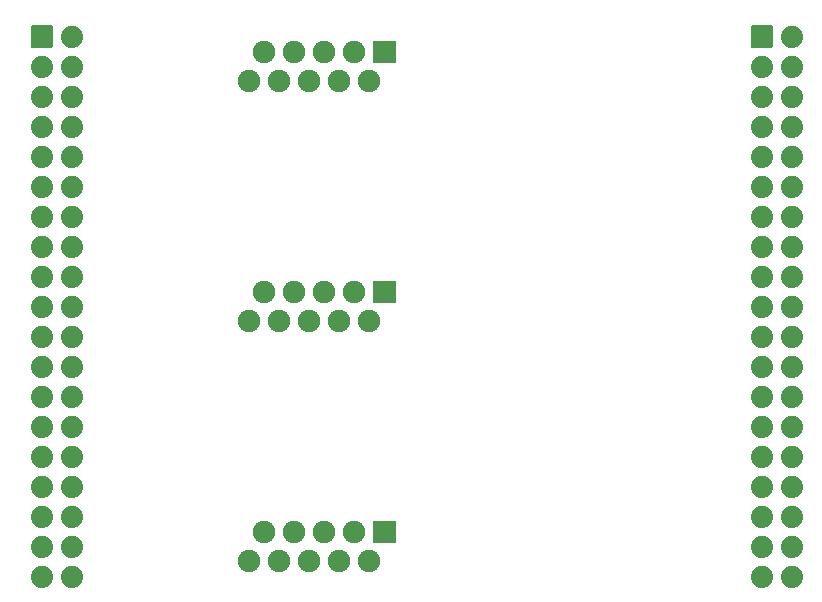
<source format=gts>
G04 Layer: TopSolderMaskLayer*
G04 EasyEDA v6.5.5, 2022-06-13 17:54:21*
G04 c5cfb43cd74343219a89ec962efd3502,ba36109c29484f4592bc09a740c48d70,10*
G04 Gerber Generator version 0.2*
G04 Scale: 100 percent, Rotated: No, Reflected: No *
G04 Dimensions in millimeters *
G04 leading zeros omitted , absolute positions ,4 integer and 5 decimal *
%FSLAX45Y45*%
%MOMM*%

%ADD20C,1.9032*%
%ADD22C,1.8796*%

%LPD*%
D20*
G01*
X2209800Y-764031D03*
G01*
X2463800Y-764031D03*
G01*
X2717800Y-764031D03*
G01*
X2971800Y-764031D03*
G01*
X2082800Y-1013968D03*
G01*
X2336800Y-1013968D03*
G01*
X2590800Y-1013968D03*
G01*
X2844800Y-1013968D03*
G36*
X3140709Y-859281D02*
G01*
X3137661Y-858773D01*
X3134613Y-857250D01*
X3132581Y-855218D01*
X3131057Y-852170D01*
X3130549Y-849121D01*
X3130550Y-849121D01*
X3130550Y-678942D01*
X3130549Y-678942D01*
X3131057Y-675894D01*
X3132581Y-672845D01*
X3134613Y-670813D01*
X3137661Y-669289D01*
X3140709Y-668781D01*
X3310890Y-668781D01*
X3313938Y-669289D01*
X3316986Y-670813D01*
X3319018Y-672845D01*
X3320542Y-675894D01*
X3321050Y-678942D01*
X3321050Y-678942D01*
X3321050Y-849121D01*
X3321050Y-849121D01*
X3320542Y-852170D01*
X3319018Y-855218D01*
X3316986Y-857250D01*
X3313938Y-858773D01*
X3310890Y-859281D01*
G37*
G01*
X3098800Y-1013968D03*
G01*
X2209800Y-4828031D03*
G01*
X2463800Y-4828031D03*
G01*
X2717800Y-4828031D03*
G01*
X2971800Y-4828031D03*
G01*
X2082800Y-5077968D03*
G01*
X2336800Y-5077968D03*
G01*
X2590800Y-5077968D03*
G01*
X2844800Y-5077968D03*
G36*
X3140709Y-4923281D02*
G01*
X3137661Y-4922773D01*
X3134613Y-4921250D01*
X3132581Y-4919218D01*
X3131057Y-4916170D01*
X3130549Y-4913121D01*
X3130550Y-4913121D01*
X3130550Y-4742942D01*
X3130549Y-4742942D01*
X3131057Y-4739894D01*
X3132581Y-4736845D01*
X3134613Y-4734813D01*
X3137661Y-4733289D01*
X3140709Y-4732781D01*
X3310890Y-4732781D01*
X3313938Y-4733289D01*
X3316986Y-4734813D01*
X3319018Y-4736845D01*
X3320542Y-4739894D01*
X3321050Y-4742942D01*
X3321050Y-4742942D01*
X3321050Y-4913121D01*
X3321050Y-4913121D01*
X3320542Y-4916170D01*
X3319018Y-4919218D01*
X3316986Y-4921250D01*
X3313938Y-4922773D01*
X3310890Y-4923281D01*
G37*
G01*
X3098800Y-5077968D03*
D22*
G01*
X6421120Y-5207000D03*
G01*
X6675120Y-5207000D03*
G01*
X579120Y-5207000D03*
G01*
X325120Y-5207000D03*
G01*
X579120Y-4953000D03*
G01*
X325120Y-4953000D03*
G01*
X325120Y-4699000D03*
G01*
X579120Y-4699000D03*
G01*
X325120Y-4445000D03*
G01*
X579120Y-4445000D03*
G01*
X579120Y-4191000D03*
G01*
X325120Y-4191000D03*
G01*
X579120Y-3937000D03*
G01*
X325120Y-3937000D03*
G01*
X579120Y-3683000D03*
G01*
X325120Y-3683000D03*
G01*
X325120Y-3429000D03*
G01*
X579120Y-3429000D03*
G01*
X325120Y-3175000D03*
G01*
X579120Y-3175000D03*
G01*
X579120Y-2921000D03*
G01*
X325120Y-2921000D03*
G01*
X579120Y-2667000D03*
G01*
X325120Y-2667000D03*
G01*
X579120Y-2413000D03*
G01*
X325120Y-2413000D03*
G01*
X325120Y-2159000D03*
G01*
X579120Y-2159000D03*
G01*
X325120Y-1905000D03*
G01*
X579120Y-1905000D03*
G01*
X579120Y-1651000D03*
G01*
X325120Y-1651000D03*
G01*
X6675120Y-4953000D03*
G01*
X6421120Y-4953000D03*
G01*
X6675120Y-4699000D03*
G01*
X6421120Y-4699000D03*
G01*
X6421120Y-4445000D03*
G01*
X6675120Y-4445000D03*
G01*
X6421120Y-4191000D03*
G01*
X6675120Y-4191000D03*
G01*
X6675120Y-3937000D03*
G01*
X6421120Y-3937000D03*
G01*
X6675120Y-3683000D03*
G01*
X6421120Y-3683000D03*
G01*
X6675120Y-3429000D03*
G01*
X6421120Y-3429000D03*
G01*
X6421120Y-3175000D03*
G01*
X6675120Y-3175000D03*
G01*
X6421120Y-2921000D03*
G01*
X6675120Y-2921000D03*
G01*
X6675120Y-2667000D03*
G01*
X6421120Y-2667000D03*
G01*
X6675120Y-2413000D03*
G01*
X6421120Y-2413000D03*
G01*
X6675120Y-2159000D03*
G01*
X6421120Y-2159000D03*
G01*
X6421120Y-1905000D03*
G01*
X6675120Y-1905000D03*
G01*
X6421120Y-1651000D03*
G01*
X6675120Y-1651000D03*
G01*
X6675120Y-1397000D03*
G01*
X6421120Y-1397000D03*
G01*
X6675120Y-1143000D03*
G01*
X6421120Y-1143000D03*
G01*
X6675120Y-889000D03*
G01*
X6421120Y-889000D03*
G36*
X6337300Y-728979D02*
G01*
X6334252Y-728471D01*
X6331204Y-726947D01*
X6329172Y-724915D01*
X6327647Y-721868D01*
X6327140Y-718820D01*
X6327140Y-551179D01*
X6327647Y-548131D01*
X6329172Y-545084D01*
X6331204Y-543052D01*
X6334252Y-541528D01*
X6337300Y-541020D01*
X6504940Y-541020D01*
X6507988Y-541528D01*
X6511036Y-543052D01*
X6513068Y-545084D01*
X6514592Y-548131D01*
X6515100Y-551179D01*
X6515100Y-551179D01*
X6515100Y-718820D01*
X6515100Y-718820D01*
X6514592Y-721868D01*
X6513068Y-724915D01*
X6511036Y-726947D01*
X6507988Y-728471D01*
X6504940Y-728979D01*
G37*
G01*
X6675120Y-635000D03*
G01*
X579120Y-1397000D03*
G01*
X325120Y-1397000D03*
G01*
X579120Y-1143000D03*
G01*
X325120Y-1143000D03*
G01*
X325120Y-889000D03*
G01*
X579120Y-889000D03*
G36*
X241300Y-728979D02*
G01*
X238252Y-728471D01*
X235204Y-726947D01*
X233171Y-724915D01*
X231647Y-721868D01*
X231139Y-718820D01*
X231139Y-551179D01*
X231647Y-548131D01*
X233171Y-545084D01*
X235204Y-543052D01*
X238252Y-541528D01*
X241300Y-541020D01*
X408939Y-541020D01*
X411987Y-541528D01*
X415036Y-543052D01*
X417068Y-545084D01*
X418592Y-548131D01*
X419100Y-551179D01*
X419100Y-718820D01*
X418592Y-721868D01*
X417068Y-724915D01*
X415036Y-726947D01*
X411987Y-728471D01*
X408939Y-728979D01*
G37*
G01*
X579120Y-635000D03*
D20*
G01*
X2209800Y-2796031D03*
G01*
X2463800Y-2796031D03*
G01*
X2717800Y-2796031D03*
G01*
X2971800Y-2796031D03*
G01*
X2082800Y-3045968D03*
G01*
X2336800Y-3045968D03*
G01*
X2590800Y-3045968D03*
G01*
X2844800Y-3045968D03*
G36*
X3140709Y-2891281D02*
G01*
X3137661Y-2890773D01*
X3134613Y-2889250D01*
X3132581Y-2887218D01*
X3131057Y-2884170D01*
X3130549Y-2881121D01*
X3130550Y-2881121D01*
X3130550Y-2710942D01*
X3130549Y-2710942D01*
X3131057Y-2707894D01*
X3132581Y-2704845D01*
X3134613Y-2702813D01*
X3137661Y-2701289D01*
X3140709Y-2700781D01*
X3310890Y-2700781D01*
X3313938Y-2701289D01*
X3316986Y-2702813D01*
X3319018Y-2704845D01*
X3320542Y-2707894D01*
X3321050Y-2710942D01*
X3321050Y-2710942D01*
X3321050Y-2881121D01*
X3321050Y-2881121D01*
X3320542Y-2884170D01*
X3319018Y-2887218D01*
X3316986Y-2889250D01*
X3313938Y-2890773D01*
X3310890Y-2891281D01*
G37*
G01*
X3098800Y-3045968D03*
M02*

</source>
